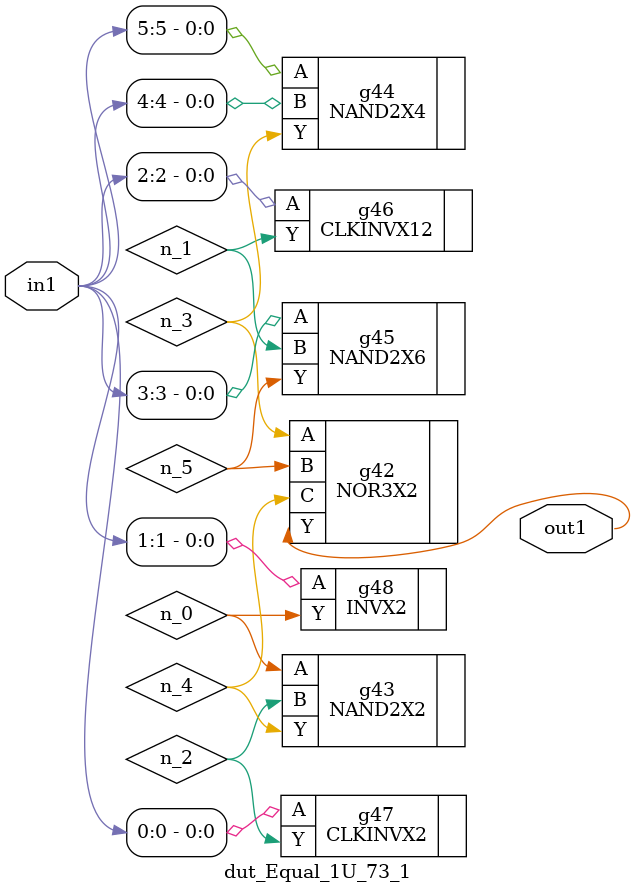
<source format=v>
`timescale 1ps / 1ps


module dut_Equal_1U_73_1(in1, out1);
  input [5:0] in1;
  output out1;
  wire [5:0] in1;
  wire out1;
  wire n_0, n_1, n_2, n_3, n_4, n_5;
  NOR3X2 g42(.A (n_3), .B (n_5), .C (n_4), .Y (out1));
  NAND2X6 g45(.A (in1[3]), .B (n_1), .Y (n_5));
  NAND2X2 g43(.A (n_0), .B (n_2), .Y (n_4));
  NAND2X4 g44(.A (in1[5]), .B (in1[4]), .Y (n_3));
  CLKINVX2 g47(.A (in1[0]), .Y (n_2));
  CLKINVX12 g46(.A (in1[2]), .Y (n_1));
  INVX2 g48(.A (in1[1]), .Y (n_0));
endmodule



</source>
